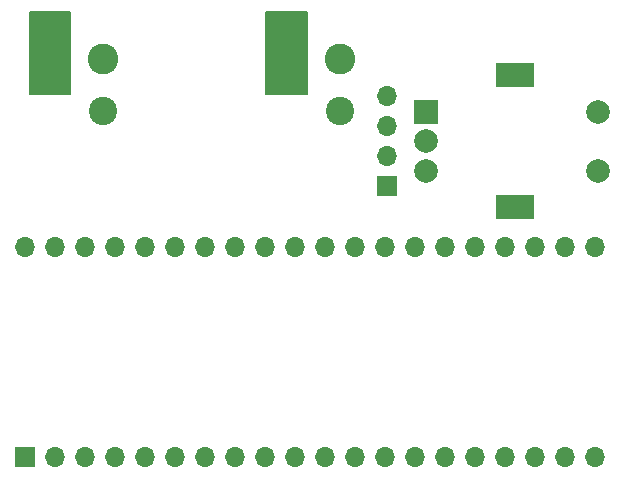
<source format=gbr>
%TF.GenerationSoftware,KiCad,Pcbnew,7.0.1*%
%TF.CreationDate,2023-12-01T14:10:48+08:00*%
%TF.ProjectId,USB-PD-Bench-Supply-PCB,5553422d-5044-42d4-9265-6e63682d5375,1*%
%TF.SameCoordinates,PX68e7780PY3938700*%
%TF.FileFunction,Soldermask,Top*%
%TF.FilePolarity,Negative*%
%FSLAX46Y46*%
G04 Gerber Fmt 4.6, Leading zero omitted, Abs format (unit mm)*
G04 Created by KiCad (PCBNEW 7.0.1) date 2023-12-01 14:10:48*
%MOMM*%
%LPD*%
G01*
G04 APERTURE LIST*
%ADD10C,0.150000*%
%ADD11C,2.600000*%
%ADD12C,2.400000*%
%ADD13R,1.700000X1.700000*%
%ADD14O,1.700000X1.700000*%
%ADD15R,2.000000X2.000000*%
%ADD16C,2.000000*%
%ADD17R,3.200000X2.000000*%
G04 APERTURE END LIST*
D10*
X21800000Y-5900000D02*
X25200000Y-5900000D01*
X25200000Y-12800000D01*
X21800000Y-12800000D01*
X21800000Y-5900000D01*
G36*
X21800000Y-5900000D02*
G01*
X25200000Y-5900000D01*
X25200000Y-12800000D01*
X21800000Y-12800000D01*
X21800000Y-5900000D01*
G37*
X1800000Y-5900000D02*
X5200000Y-5900000D01*
X5200000Y-12800000D01*
X1800000Y-12800000D01*
X1800000Y-5900000D01*
G36*
X1800000Y-5900000D02*
G01*
X5200000Y-5900000D01*
X5200000Y-12800000D01*
X1800000Y-12800000D01*
X1800000Y-5900000D01*
G37*
D11*
%TO.C,J4*%
X28000000Y-9800000D03*
%TD*%
D12*
%TO.C,J5*%
X28000000Y-14200000D03*
%TD*%
%TO.C,J3*%
X8000000Y-14200000D03*
%TD*%
D11*
%TO.C,J2*%
X8000000Y-9800000D03*
%TD*%
D13*
%TO.C,J1*%
X32000000Y-20580000D03*
D14*
X32000000Y-18040000D03*
X32000000Y-15500000D03*
X32000000Y-12960000D03*
%TD*%
D15*
%TO.C,SW1*%
X35350000Y-14300000D03*
D16*
X35350000Y-19300000D03*
X35350000Y-16800000D03*
D17*
X42850000Y-11200000D03*
X42850000Y-22400000D03*
D16*
X49850000Y-19300000D03*
X49850000Y-14300000D03*
%TD*%
D13*
%TO.C,U6*%
X1351000Y-43500000D03*
D14*
X3891000Y-43500000D03*
X6431000Y-43500000D03*
X8971000Y-43500000D03*
X11511000Y-43500000D03*
X14051000Y-43500000D03*
X16591000Y-43500000D03*
X19131000Y-43500000D03*
X21671000Y-43500000D03*
X24211000Y-43500000D03*
X26751000Y-43500000D03*
X29291000Y-43500000D03*
X31831000Y-43500000D03*
X34371000Y-43500000D03*
X36911000Y-43500000D03*
X39451000Y-43500000D03*
X41991000Y-43500000D03*
X44531000Y-43500000D03*
X47071000Y-43500000D03*
X49611000Y-43500000D03*
X49611000Y-25720000D03*
X47071000Y-25720000D03*
X44531000Y-25720000D03*
X41991000Y-25720000D03*
X39451000Y-25720000D03*
X36911000Y-25720000D03*
X34371000Y-25720000D03*
X31831000Y-25720000D03*
X29291000Y-25720000D03*
X26751000Y-25720000D03*
X24211000Y-25720000D03*
X21671000Y-25720000D03*
X19131000Y-25720000D03*
X16591000Y-25720000D03*
X14051000Y-25720000D03*
X11511000Y-25720000D03*
X8971000Y-25720000D03*
X6431000Y-25720000D03*
X3891000Y-25720000D03*
X1351000Y-25720000D03*
%TD*%
M02*

</source>
